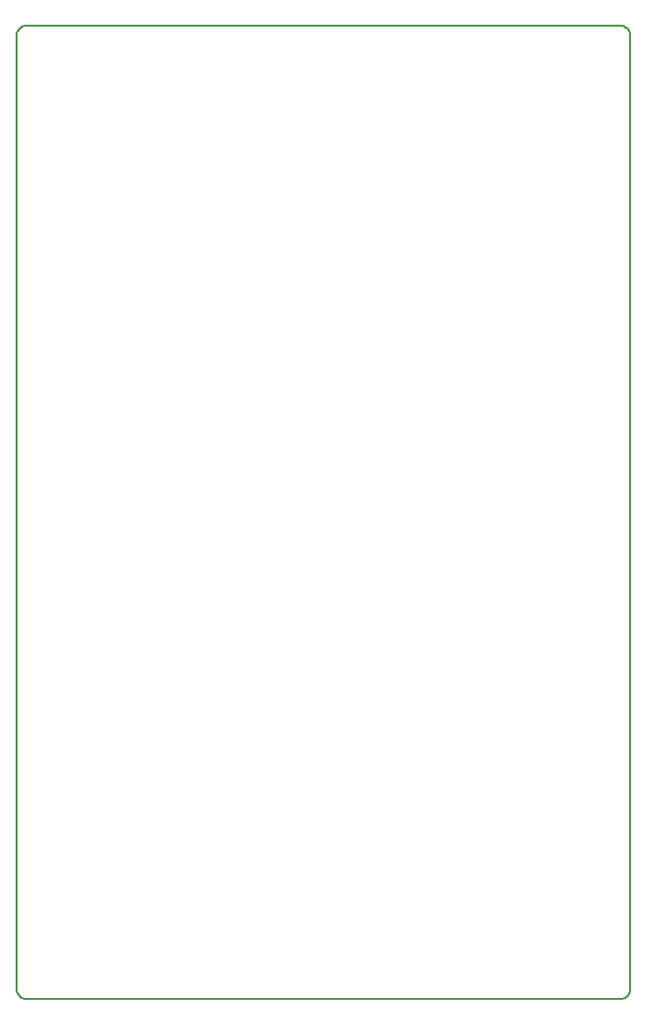
<source format=gm1>
G04*
G04 #@! TF.GenerationSoftware,Altium Limited,Altium Designer,21.0.9 (235)*
G04*
G04 Layer_Color=16711935*
%FSLAX25Y25*%
%MOIN*%
G70*
G04*
G04 #@! TF.SameCoordinates,E5C10B9F-721F-4CD3-8270-1C0E1EB20485*
G04*
G04*
G04 #@! TF.FilePolarity,Positive*
G04*
G01*
G75*
%ADD14C,0.01000*%
D14*
X693000Y671000D02*
X692904Y671976D01*
X692619Y672913D01*
X692157Y673778D01*
X691536Y674536D01*
X690778Y675157D01*
X689913Y675619D01*
X688975Y675904D01*
X688000Y676000D01*
Y178000D02*
X688975Y178096D01*
X689913Y178381D01*
X690778Y178843D01*
X691536Y179464D01*
X692157Y180222D01*
X692619Y181087D01*
X692904Y182025D01*
X693000Y183000D01*
X379000D02*
X379096Y182025D01*
X379381Y181087D01*
X379843Y180222D01*
X380465Y179464D01*
X381222Y178843D01*
X382087Y178381D01*
X383025Y178096D01*
X384000Y178000D01*
Y676000D02*
X383025Y675904D01*
X382087Y675619D01*
X381222Y675157D01*
X380465Y674536D01*
X379843Y673778D01*
X379381Y672913D01*
X379096Y671976D01*
X379000Y671000D01*
X400000Y178000D02*
X688000D01*
X384000D02*
X400000D01*
X693000Y671000D02*
X693000Y183000D01*
X379000D02*
X379000Y671000D01*
X384000Y676000D02*
X688000D01*
M02*

</source>
